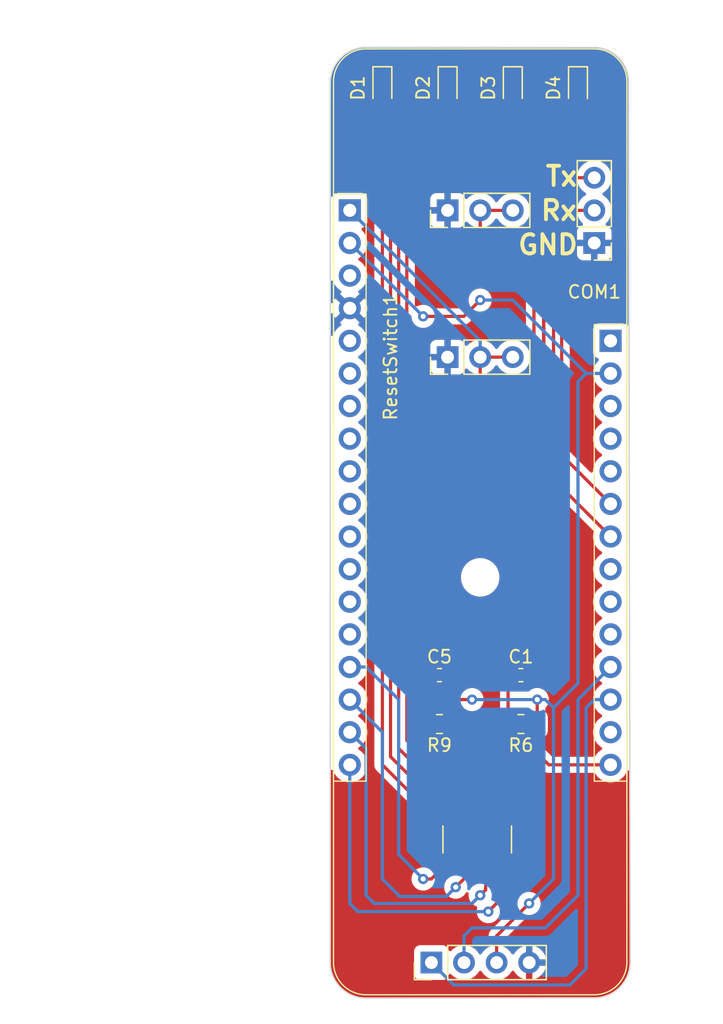
<source format=kicad_pcb>
(kicad_pcb (version 20221018) (generator pcbnew)
  (layers (0 "F.Cu" signal) (31 "B.Cu" signal) (34 "B.Paste" user) (35 "F.Paste" user) (36 "B.SilkS" user "B.Silkscreen") (37 "F.SilkS" user "F.Silkscreen") (38 "B.Mask" user) (39 "F.Mask" user) (44 "Edge.Cuts" user))
  (net 0 "")
  (net 1 "/D05")
  (net 2 "GND")
  (net 3 "/D06")
  (net 4 "/~Reset")
  (net 5 "Net-(D1-A)")
  (net 6 "Net-(D2-A)")
  (net 7 "Net-(D3-A)")
  (net 8 "Net-(D4-A)")
  (net 9 "/I2C_SDA")
  (net 10 "/I2C_SCK")
  (net 11 "/+3V3")
  (net 12 "/Rx")
  (net 13 "/Tx")
  (net 14 "/D01")
  (net 15 "/D02")
  (net 16 "/D03")
  (net 17 "/D04")
  (net 29 "/D09")
  (net 30 "/D10")
  (footprint "Resistor_SMD:R_0805_2012Metric_Pad1.20x1.40mm_HandSolder" (layer "F.Cu") (at 81.915 98.425 180)
    (fp_text reference "R6" (at 0 -1.65) (layer "F.SilkS"))
    (fp_text value "R")
    (fp_line (start -0.227064 -0.735) (end 0.227064 -0.735) (stroke (width 0.12)) (layer "F.SilkS"))
    (fp_line (start -0.227064 0.735) (end 0.227064 0.735) (stroke (width 0.12)) (layer "F.SilkS"))
    (pad "1" smd roundrect (at -1 0 180) (size 1.2 1.4) (layers "F.Cu" "F.Paste" "F.Mask") (roundrect_rratio 0.2083333333) (net 11 "/+3V3"))
    (pad "2" smd roundrect (at 1 0 180) (size 1.2 1.4) (layers "F.Cu" "F.Paste" "F.Mask") (roundrect_rratio 0.2083333333) (net 1 "/D05"))
  )
  (footprint "Connector_PinHeader_2.54mm:PinHeader_1x03_P2.54mm_Vertical" (layer "F.Cu") (at 76.2 69.85 90)
    (fp_text reference "ResetSwitch1" (at 0 -4.445 90) (layer "F.SilkS"))
    (fp_text value "SW_Push")
    (fp_line (start -1.33 -1.33) (end 0 -1.33) (stroke (width 0.12)) (layer "F.SilkS"))
    (fp_line (start -1.33 0) (end -1.33 -1.33) (stroke (width 0.12)) (layer "F.SilkS"))
    (fp_line (start -1.33 1.27) (end -1.33 6.41) (stroke (width 0.12)) (layer "F.SilkS"))
    (fp_line (start -1.33 1.27) (end 1.33 1.27) (stroke (width 0.12)) (layer "F.SilkS"))
    (fp_line (start -1.33 6.41) (end 1.33 6.41) (stroke (width 0.12)) (layer "F.SilkS"))
    (fp_line (start 1.33 1.27) (end 1.33 6.41) (stroke (width 0.12)) (layer "F.SilkS"))
    (pad "1" thru_hole rect (at 0 0 90) (size 1.7 1.7) (drill 1) (layers "*.Cu" "*.Mask") (net 2 "GND"))
    (pad "2" thru_hole oval (at 0 2.54 90) (size 1.7 1.7) (drill 1) (layers "*.Cu" "*.Mask") (net 4 "/~Reset"))
    (pad "3" thru_hole oval (at 0 5.08 90) (size 1.7 1.7) (drill 1) (layers "*.Cu" "*.Mask") (net 4 "/~Reset"))
  )
  (footprint "LED_SMD:LED_0603_1608Metric_Pad1.05x0.95mm_HandSolder" (layer "F.Cu") (at 71.12 48.895 -90)
    (fp_text reference "D1" (at 0 1.905 90) (layer "F.SilkS"))
    (fp_text value "LED")
    (fp_line (start -1.66 -0.735) (end -1.66 0.735) (stroke (width 0.12)) (layer "F.SilkS"))
    (fp_line (start -1.66 0.735) (end 0.8 0.735) (stroke (width 0.12)) (layer "F.SilkS"))
    (fp_line (start 0.8 -0.735) (end -1.66 -0.735) (stroke (width 0.12)) (layer "F.SilkS"))
    (pad "1" smd roundrect (at -0.875 0 270) (size 1.05 0.95) (layers "F.Cu" "F.Paste" "F.Mask") (net 2 "GND"))
    (pad "2" smd roundrect (at 0.875 0 270) (size 1.05 0.95) (layers "F.Cu" "F.Paste" "F.Mask") (net 5 "Net-(D1-A)"))
  )
  (footprint "MCU_Wilderness_Labs:MeadowF7MicroFeatherOutline" (layer "F.Cu") (at 68.58 58.42)
    (fp_text reference "J1" hide)
    (fp_text value "Meadow_F7_Feather")
    (fp_line (start -1.27 -10.033) (end -1.27 58.547) (stroke (width 0.1016)) (layer "F.SilkS"))
    (fp_line (start -1.27 -1.27) (end -1.27 44.45) (stroke (width 0.1016)) (layer "F.SilkS"))
    (fp_line (start -1.27 44.45) (end 1.27 44.45) (stroke (width 0.1016)) (layer "F.SilkS"))
    (fp_line (start 1.27 -1.27) (end -1.27 -1.27) (stroke (width 0.1016)) (layer "F.SilkS"))
    (fp_line (start 1.27 44.45) (end 1.27 -1.27) (stroke (width 0.1016)) (layer "F.SilkS"))
    (fp_line (start 1.27 61.087) (end 19.05 61.087) (stroke (width 0.1016)) (layer "F.SilkS"))
    (fp_line (start 19.05 -12.573) (end 1.27 -12.573) (stroke (width 0.1016)) (layer "F.SilkS"))
    (fp_line (start 19.05 8.89) (end 19.05 44.45) (stroke (width 0.1016)) (layer "F.SilkS"))
    (fp_line (start 19.05 44.45) (end 21.59 44.45) (stroke (width 0.1016)) (layer "F.SilkS"))
    (fp_line (start 21.59 8.89) (end 19.05 8.89) (stroke (width 0.1016)) (layer "F.SilkS"))
    (fp_line (start 21.59 44.45) (end 21.59 8.89) (stroke (width 0.1016)) (layer "F.SilkS"))
    (fp_line (start 21.59 58.547) (end 21.59 -10.033) (stroke (width 0.1016)) (layer "F.SilkS"))
    (fp_arc (start -1.27 -10.033) (mid -0.526051 -11.829051) (end 1.27 -12.573) (stroke (width 0.1016)) (layer "F.SilkS"))
    (fp_arc (start 1.27 61.087) (mid -0.526051 60.343051) (end -1.27 58.547) (stroke (width 0.1016)) (layer "F.SilkS"))
    (fp_arc (start 19.05 -12.573) (mid 20.846051 -11.829051) (end 21.59 -10.033) (stroke (width 0.1016)) (layer "F.SilkS"))
    (fp_arc (start 21.59 58.547) (mid 20.846051 60.343051) (end 19.05 61.087) (stroke (width 0.1016)) (layer "F.SilkS"))
    (pad "1" thru_hole rect (at 0 0) (size 1.7272 1.7272) (drill 1.016) (layers "*.Cu" "*.Mask") (net 4 "/~Reset"))
    (pad "2" thru_hole circle (at 0 2.54) (size 1.7272 1.7272) (drill 1.016) (layers "*.Cu" "*.Mask") (net 11 "/+3V3"))
    (pad "3" thru_hole circle (at 0 5.08) (size 1.7272 1.7272) (drill 1.016) (layers "*.Cu" "*.Mask"))
    (pad "4" thru_hole circle (at 0 7.62) (size 1.7272 1.7272) (drill 1.016) (layers "*.Cu" "*.Mask") (net 2 "GND"))
    (pad "5" thru_hole circle (at 0 10.16) (size 1.7272 1.7272) (drill 1.016) (layers "*.Cu" "*.Mask"))
    (pad "6" thru_hole circle (at 0 12.7) (size 1.7272 1.7272) (drill 1.016) (layers "*.Cu" "*.Mask"))
    (pad "7" thru_hole circle (at 0 15.24 90) (size 1.7272 1.7272) (drill 1.016) (layers "*.Cu" "*.Mask"))
    (pad "8" thru_hole circle (at 0 17.78 90) (size 1.7272 1.7272) (drill 1.016) (layers "*.Cu" "*.Mask"))
    (pad "9" thru_hole circle (at 0 20.32) (size 1.7272 1.7272) (drill 1.016) (layers "*.Cu" "*.Mask"))
    (pad "10" thru_hole circle (at 0 22.86) (size 1.7272 1.7272) (drill 1.016) (layers "*.Cu" "*.Mask"))
    (pad "11" thru_hole circle (at 0 25.4) (size 1.7272 1.7272) (drill 1.016) (layers "*.Cu" "*.Mask"))
    (pad "12" thru_hole circle (at 0 27.94) (size 1.7272 1.7272) (drill 1.016) (layers "*.Cu" "*.Mask"))
    (pad "13" thru_hole circle (at 0 30.48) (size 1.7272 1.7272) (drill 1.016) (layers "*.Cu" "*.Mask"))
    (pad "14" thru_hole circle (at 0 33.02) (size 1.7272 1.7272) (drill 1.016) (layers "*.Cu" "*.Mask"))
    (pad "15" thru_hole circle (at 0 35.56) (size 1.7272 1.7272) (drill 1.016) (layers "*.Cu" "*.Mask") (net 14 "/D01"))
    (pad "16" thru_hole circle (at 0 38.1) (size 1.7272 1.7272) (drill 1.016) (layers "*.Cu" "*.Mask") (net 15 "/D02"))
    (pad "17" thru_hole circle (at 0 40.64) (size 1.7272 1.7272) (drill 1.016) (layers "*.Cu" "*.Mask") (net 16 "/D03"))
    (pad "18" thru_hole circle (at 0 43.18) (size 1.7272 1.7272) (drill 1.016) (layers "*.Cu" "*.Mask") (net 17 "/D04"))
    (pad "19" thru_hole circle (at 20.32 43.18) (size 1.7272 1.7272) (drill 1.016) (layers "*.Cu" "*.Mask") (net 1 "/D05"))
    (pad "20" thru_hole circle (at 20.32 40.64) (size 1.7272 1.7272) (drill 1.016) (layers "*.Cu" "*.Mask") (net 3 "/D06"))
    (pad "21" thru_hole circle (at 20.32 38.1) (size 1.7272 1.7272) (drill 1.016) (layers "*.Cu" "*.Mask") (net 9 "/I2C_SDA"))
    (pad "22" thru_hole circle (at 20.32 35.56) (size 1.7272 1.7272) (drill 1.016) (layers "*.Cu" "*.Mask") (net 10 "/I2C_SCK"))
    (pad "23" thru_hole circle (at 20.32 33.02) (size 1.7272 1.7272) (drill 1.016) (layers "*.Cu" "*.Mask") (net 29 "/D09"))
    (pad "24" thru_hole circle (at 20.32 30.48) (size 1.7272 1.7272) (drill 1.016) (layers "*.Cu" "*.Mask") (net 30 "/D10"))
    (pad "25" thru_hole circle (at 20.32 27.94 90) (size 1.7272 1.7272) (drill 1.016) (layers "*.Cu" "*.Mask"))
    (pad "26" thru_hole circle (at 20.32 25.4 90) (size 1.7272 1.7272) (drill 1.016) (layers "*.Cu" "*.Mask") (net 13 "/Tx"))
    (pad "27" thru_hole circle (at 20.32 22.86) (size 1.7272 1.7272) (drill 1.016) (layers "*.Cu" "*.Mask") (net 12 "/Rx"))
    (pad "28" thru_hole circle (at 20.32 20.32) (size 1.7272 1.7272) (drill 1.016) (layers "*.Cu" "*.Mask"))
    (pad "29" thru_hole circle (at 20.32 17.78) (size 1.7272 1.7272) (drill 1.016) (layers "*.Cu" "*.Mask"))
    (pad "30" thru_hole circle (at 20.32 15.24) (size 1.7272 1.7272) (drill 1.016) (layers "*.Cu" "*.Mask"))
    (pad "31" thru_hole circle (at 20.32 12.7) (size 1.7272 1.7272) (drill 1.016) (layers "*.Cu" "*.Mask") (net 11 "/+3V3"))
    (pad "32" thru_hole rect (at 20.32 10.16) (size 1.7272 1.7272) (drill 1.016) (layers "*.Cu" "*.Mask"))
  )
  (footprint "Resistor_SMD:R_Array_Convex_4x1206" (layer "F.Cu") (at 78.51 107.41 90)
    (fp_text reference "RN1" hide)
    (fp_text value "R_Pack04")
    (fp_line (start 1.05 -2.67) (end -1.05 -2.67) (stroke (width 0.12)) (layer "F.SilkS"))
    (fp_line (start 1.05 2.67) (end -1.05 2.67) (stroke (width 0.12)) (layer "F.SilkS"))
    (pad "1" smd rect (at -1.5 -2 90) (size 0.9 0.9) (layers "F.Cu" "F.Paste" "F.Mask") (net 14 "/D01"))
    (pad "2" smd rect (at -1.5 -0.66 90) (size 0.9 0.9) (layers "F.Cu" "F.Paste" "F.Mask") (net 15 "/D02"))
    (pad "3" smd rect (at -1.5 0.66 90) (size 0.9 0.9) (layers "F.Cu" "F.Paste" "F.Mask") (net 16 "/D03"))
    (pad "4" smd rect (at -1.5 2 90) (size 0.9 0.9) (layers "F.Cu" "F.Paste" "F.Mask") (net 17 "/D04"))
    (pad "5" smd rect (at 1.5 2 90) (size 0.9 0.9) (layers "F.Cu" "F.Paste" "F.Mask") (net 8 "Net-(D4-A)"))
    (pad "6" smd rect (at 1.5 0.66 90) (size 0.9 0.9) (layers "F.Cu" "F.Paste" "F.Mask") (net 7 "Net-(D3-A)"))
    (pad "7" smd rect (at 1.5 -0.66 90) (size 0.9 0.9) (layers "F.Cu" "F.Paste" "F.Mask") (net 6 "Net-(D2-A)"))
    (pad "8" smd rect (at 1.5 -2 90) (size 0.9 0.9) (layers "F.Cu" "F.Paste" "F.Mask") (net 5 "Net-(D1-A)"))
  )
  (footprint "Connector_PinHeader_2.54mm:PinHeader_1x04_P2.54mm_Vertical" (layer "F.Cu") (at 74.94 117 90)
    (fp_text reference "J2" hide)
    (fp_text value "Conn_01x04")
    (fp_line (start -1.33 -1.33) (end 0 -1.33) (stroke (width 0.12)) (layer "F.SilkS"))
    (fp_line (start -1.33 0) (end -1.33 -1.33) (stroke (width 0.12)) (layer "F.SilkS"))
    (fp_line (start -1.33 1.27) (end -1.33 8.95) (stroke (width 0.12)) (layer "F.SilkS"))
    (fp_line (start -1.33 1.27) (end 1.33 1.27) (stroke (width 0.12)) (layer "F.SilkS"))
    (fp_line (start -1.33 8.95) (end 1.33 8.95) (stroke (width 0.12)) (layer "F.SilkS"))
    (fp_line (start 1.33 1.27) (end 1.33 8.95) (stroke (width 0.12)) (layer "F.SilkS"))
    (pad "1" thru_hole rect (at 0 0 90) (size 1.7 1.7) (drill 1) (layers "*.Cu" "*.Mask") (net 9 "/I2C_SDA"))
    (pad "2" thru_hole oval (at 0 2.54 90) (size 1.7 1.7) (drill 1) (layers "*.Cu" "*.Mask") (net 10 "/I2C_SCK"))
    (pad "3" thru_hole oval (at 0 5.08 90) (size 1.7 1.7) (drill 1) (layers "*.Cu" "*.Mask") (net 11 "/+3V3"))
    (pad "4" thru_hole oval (at 0 7.62 90) (size 1.7 1.7) (drill 1) (layers "*.Cu" "*.Mask") (net 2 "GND"))
  )
  (footprint "Capacitor_SMD:C_0603_1608Metric_Pad1.08x0.95mm_HandSolder" (layer "F.Cu") (at 81.915 94.615)
    (fp_text reference "C1" (at 0 -1.43) (layer "F.SilkS"))
    (fp_text value "C")
    (fp_line (start -0.146267 -0.51) (end 0.146267 -0.51) (stroke (width 0.12)) (layer "F.SilkS"))
    (fp_line (start -0.146267 0.51) (end 0.146267 0.51) (stroke (width 0.12)) (layer "F.SilkS"))
    (pad "1" smd roundrect (at -0.8625 0) (size 1.075 0.95) (layers "F.Cu" "F.Paste" "F.Mask") (net 1 "/D05"))
    (pad "2" smd roundrect (at 0.8625 0) (size 1.075 0.95) (layers "F.Cu" "F.Paste" "F.Mask") (net 2 "GND"))
  )
  (footprint "MountingHole:MountingHole_2.5mm" (layer "F.Cu") (at 78.74 87)
    (fp_text reference "H5" hide)
    (fp_text value "MountingHole")
    (pad "" np_thru_hole circle (at 0 0) (size 2.5 2.5) (drill 2.5) (layers "*.Cu" "*.Mask"))
  )
  (footprint "LED_SMD:LED_0603_1608Metric_Pad1.05x0.95mm_HandSolder" (layer "F.Cu") (at 86.36 48.895 -90)
    (fp_text reference "D4" (at 0 1.905 90) (layer "F.SilkS"))
    (fp_text value "LED")
    (fp_line (start -1.66 -0.735) (end -1.66 0.735) (stroke (width 0.12)) (layer "F.SilkS"))
    (fp_line (start -1.66 0.735) (end 0.8 0.735) (stroke (width 0.12)) (layer "F.SilkS"))
    (fp_line (start 0.8 -0.735) (end -1.66 -0.735) (stroke (width 0.12)) (layer "F.SilkS"))
    (pad "1" smd roundrect (at -0.875 0 270) (size 1.05 0.95) (layers "F.Cu" "F.Paste" "F.Mask") (net 2 "GND"))
    (pad "2" smd roundrect (at 0.875 0 270) (size 1.05 0.95) (layers "F.Cu" "F.Paste" "F.Mask") (net 8 "Net-(D4-A)"))
  )
  (footprint "Capacitor_SMD:C_0603_1608Metric_Pad1.08x0.95mm_HandSolder" (layer "F.Cu") (at 75.565 94.615)
    (fp_text reference "C5" (at 0 -1.43) (layer "F.SilkS"))
    (fp_text value "C")
    (fp_line (start -0.146267 -0.51) (end 0.146267 -0.51) (stroke (width 0.12)) (layer "F.SilkS"))
    (fp_line (start -0.146267 0.51) (end 0.146267 0.51) (stroke (width 0.12)) (layer "F.SilkS"))
    (pad "1" smd roundrect (at -0.8625 0) (size 1.075 0.95) (layers "F.Cu" "F.Paste" "F.Mask") (net 4 "/~Reset"))
    (pad "2" smd roundrect (at 0.8625 0) (size 1.075 0.95) (layers "F.Cu" "F.Paste" "F.Mask") (net 2 "GND"))
  )
  (footprint "LED_SMD:LED_0603_1608Metric_Pad1.05x0.95mm_HandSolder" (layer "F.Cu") (at 81.28 48.895 -90)
    (fp_text reference "D3" (at 0 1.905 90) (layer "F.SilkS"))
    (fp_text value "LED")
    (fp_line (start -1.66 -0.735) (end -1.66 0.735) (stroke (width 0.12)) (layer "F.SilkS"))
    (fp_line (start -1.66 0.735) (end 0.8 0.735) (stroke (width 0.12)) (layer "F.SilkS"))
    (fp_line (start 0.8 -0.735) (end -1.66 -0.735) (stroke (width 0.12)) (layer "F.SilkS"))
    (pad "1" smd roundrect (at -0.875 0 270) (size 1.05 0.95) (layers "F.Cu" "F.Paste" "F.Mask") (net 2 "GND"))
    (pad "2" smd roundrect (at 0.875 0 270) (size 1.05 0.95) (layers "F.Cu" "F.Paste" "F.Mask") (net 7 "Net-(D3-A)"))
  )
  (footprint "Resistor_SMD:R_0805_2012Metric_Pad1.20x1.40mm_HandSolder" (layer "F.Cu") (at 75.565 98.425 180)
    (fp_text reference "R9" (at 0 -1.65) (layer "F.SilkS"))
    (fp_text value "R")
    (fp_line (start -0.227064 -0.735) (end 0.227064 -0.735) (stroke (width 0.12)) (layer "F.SilkS"))
    (fp_line (start -0.227064 0.735) (end 0.227064 0.735) (stroke (width 0.12)) (layer "F.SilkS"))
    (pad "1" smd roundrect (at -1 0 180) (size 1.2 1.4) (layers "F.Cu" "F.Paste" "F.Mask") (roundrect_rratio 0.2083333333) (net 11 "/+3V3"))
    (pad "2" smd roundrect (at 1 0 180) (size 1.2 1.4) (layers "F.Cu" "F.Paste" "F.Mask") (roundrect_rratio 0.2083333333) (net 4 "/~Reset"))
  )
  (footprint "Connector_PinHeader_2.54mm:PinHeader_1x03_P2.54mm_Vertical" (layer "F.Cu") (at 87.63 60.96 180)
    (fp_text reference "COM1" (at 0 -3.81) (layer "F.SilkS"))
    (fp_text value "Conn_01x03")
    (fp_line (start -1.33 -1.33) (end 0 -1.33) (stroke (width 0.12)) (layer "F.SilkS"))
    (fp_line (start -1.33 0) (end -1.33 -1.33) (stroke (width 0.12)) (layer "F.SilkS"))
    (fp_line (start -1.33 1.27) (end -1.33 6.41) (stroke (width 0.12)) (layer "F.SilkS"))
    (fp_line (start -1.33 1.27) (end 1.33 1.27) (stroke (width 0.12)) (layer "F.SilkS"))
    (fp_line (start -1.33 6.41) (end 1.33 6.41) (stroke (width 0.12)) (layer "F.SilkS"))
    (fp_line (start 1.33 1.27) (end 1.33 6.41) (stroke (width 0.12)) (layer "F.SilkS"))
    (pad "1" thru_hole rect (at 0 0 180) (size 1.7 1.7) (drill 1) (layers "*.Cu" "*.Mask") (net 2 "GND"))
    (pad "2" thru_hole oval (at 0 2.54 180) (size 1.7 1.7) (drill 1) (layers "*.Cu" "*.Mask") (net 12 "/Rx"))
    (pad "3" thru_hole oval (at 0 5.08 180) (size 1.7 1.7) (drill 1) (layers "*.Cu" "*.Mask") (net 13 "/Tx"))
  )
  (footprint "LED_SMD:LED_0603_1608Metric_Pad1.05x0.95mm_HandSolder" (layer "F.Cu") (at 76.2 48.895 -90)
    (fp_text reference "D2" (at 0 1.905 90) (layer "F.SilkS"))
    (fp_text value "LED")
    (fp_line (start -1.66 -0.735) (end -1.66 0.735) (stroke (width 0.12)) (layer "F.SilkS"))
    (fp_line (start -1.66 0.735) (end 0.8 0.735) (stroke (width 0.12)) (layer "F.SilkS"))
    (fp_line (start 0.8 -0.735) (end -1.66 -0.735) (stroke (width 0.12)) (layer "F.SilkS"))
    (pad "1" smd roundrect (at -0.875 0 270) (size 1.05 0.95) (layers "F.Cu" "F.Paste" "F.Mask") (net 2 "GND"))
    (pad "2" smd roundrect (at 0.875 0 270) (size 1.05 0.95) (layers "F.Cu" "F.Paste" "F.Mask") (net 6 "Net-(D2-A)"))
  )
  (footprint "Connector_PinHeader_2.54mm:PinHeader_1x03_P2.54mm_Vertical" (layer "F.Cu") (at 76.2 58.42 90)
    (fp_text reference "D5" hide)
    (fp_text value "SW_Push")
    (fp_line (start -1.33 -1.33) (end 0 -1.33) (stroke (width 0.12)) (layer "F.SilkS"))
    (fp_line (start -1.33 0) (end -1.33 -1.33) (stroke (width 0.12)) (layer "F.SilkS"))
    (fp_line (start -1.33 1.27) (end -1.33 6.41) (stroke (width 0.12)) (layer "F.SilkS"))
    (fp_line (start -1.33 1.27) (end 1.33 1.27) (stroke (width 0.12)) (layer "F.SilkS"))
    (fp_line (start -1.33 6.41) (end 1.33 6.41) (stroke (width 0.12)) (layer "F.SilkS"))
    (fp_line (start 1.33 1.27) (end 1.33 6.41) (stroke (width 0.12)) (layer "F.SilkS"))
    (pad "1" thru_hole rect (at 0 0 90) (size 1.7 1.7) (drill 1) (layers "*.Cu" "*.Mask") (net 2 "GND"))
    (pad "2" thru_hole oval (at 0 2.54 90) (size 1.7 1.7) (drill 1) (layers "*.Cu" "*.Mask") (net 1 "/D05"))
    (pad "3" thru_hole oval (at 0 5.08 90) (size 1.7 1.7) (drill 1) (layers "*.Cu" "*.Mask") (net 1 "/D05"))
  )
  (gr_arc (start 69.85 119.763884) (mid 67.872304 118.944696) (end 67.053116 116.967) (stroke (width 0.1)) (layer "Edge.Cuts"))
  (gr_line (start 69.868051 45.72121) (end 87.63 45.733104) (stroke (width 0.1)) (layer "Edge.Cuts"))
  (gr_line (start 67.05721 48.532051) (end 67.053116 116.967) (stroke (width 0.1)) (layer "Edge.Cuts"))
  (gr_arc (start 87.63 45.733104) (mid 89.519368 46.515695) (end 90.301996 48.405049) (stroke (width 0.1)) (layer "Edge.Cuts"))
  (gr_line (start 90.428522 116.948949) (end 90.301996 48.405049) (stroke (width 0.1)) (layer "Edge.Cuts"))
  (gr_arc (start 90.428522 116.948949) (mid 89.608854 118.927804) (end 87.63 119.747472) (stroke (width 0.1)) (layer "Edge.Cuts"))
  (gr_arc (start 67.05721 48.532051) (mid 67.880486 46.544486) (end 69.868051 45.72121) (stroke (width 0.1)) (layer "Edge.Cuts"))
  (gr_line (start 69.85 119.763884) (end 87.63 119.747472) (stroke (width 0.1)) (layer "Edge.Cuts"))
  (gr_text "GND" (at 81.534 61.976) (layer "F.SilkS") (effects (font (size 1.5 1.5) (thickness 0.3) bold) (justify left bottom)))
  (gr_text "Tx" (at 83.693 56.642) (layer "F.SilkS") (effects (font (size 1.5 1.5) (thickness 0.3) bold) (justify left bottom)))
  (gr_text "Rx" (at 83.312 59.309) (layer "F.SilkS") (effects (font (size 1.5 1.5) (thickness 0.3) bold) (justify left bottom)))
  (segment (start 80.915 94.7525) (end 81.0525 94.615) (width 0.25) (layer "F.Cu") (net 1))
  (segment (start 78.74 58.42) (end 78.74 59.69) (width 0.25) (layer "F.Cu") (net 1))
  (segment (start 84.09 101.6) (end 80.915 98.425) (width 0.25) (layer "F.Cu") (net 1))
  (segment (start 78.74 58.42) (end 81.28 58.42) (width 0.25) (layer "F.Cu") (net 1))
  (segment (start 81.0525 91.4135) (end 81.0525 94.615) (width 0.25) (layer "F.Cu") (net 1))
  (segment (start 88.9 101.6) (end 84.09 101.6) (width 0.25) (layer "F.Cu") (net 1))
  (segment (start 80.915 98.425) (end 80.915 94.7525) (width 0.25) (layer "F.Cu") (net 1))
  (segment (start 82.931 63.881) (end 82.931 89.535) (width 0.25) (layer "F.Cu") (net 1))
  (segment (start 78.74 59.69) (end 82.931 63.881) (width 0.25) (layer "F.Cu") (net 1))
  (segment (start 82.931 89.535) (end 81.0525 91.4135) (width 0.25) (layer "F.Cu") (net 1))
  (segment (start 81.28 69.85) (end 78.74 69.85) (width 0.25) (layer "F.Cu") (net 4))
  (segment (start 74.565 98.425) (end 74.7025 98.2875) (width 0.25) (layer "F.Cu") (net 4))
  (segment (start 78.74 72.39) (end 78.74 69.85) (width 0.25) (layer "F.Cu") (net 4))
  (segment (start 74.7025 76.4275) (end 78.74 72.39) (width 0.25) (layer "F.Cu") (net 4))
  (segment (start 74.7025 94.615) (end 74.7025 76.4275) (width 0.25) (layer "F.Cu") (net 4))
  (segment (start 74.7025 98.2875) (end 74.7025 94.615) (width 0.25) (layer "F.Cu") (net 4))
  (segment (start 78.74 68.58) (end 68.58 58.42) (width 0.25) (layer "B.Cu") (net 4))
  (segment (start 78.74 69.85) (end 78.74 68.58) (width 0.25) (layer "B.Cu") (net 4))
  (segment (start 71.12 101.6) (end 71.12 49.77) (width 0.25) (layer "F.Cu") (net 5))
  (segment (start 76.51 105.91) (end 75.43 105.91) (width 0.25) (layer "F.Cu") (net 5))
  (segment (start 75.43 105.91) (end 71.12 101.6) (width 0.25) (layer "F.Cu") (net 5))
  (segment (start 71.755 100.965) (end 74.295 103.505) (width 0.25) (layer "F.Cu") (net 6))
  (segment (start 76.2 103.505) (end 77.85 105.155) (width 0.25) (layer "F.Cu") (net 6))
  (segment (start 71.755 53.34) (end 71.755 100.965) (width 0.25) (layer "F.Cu") (net 6))
  (segment (start 76.2 49.77) (end 75.325 49.77) (width 0.25) (layer "F.Cu") (net 6))
  (segment (start 74.295 103.505) (end 76.2 103.505) (width 0.25) (layer "F.Cu") (net 6))
  (segment (start 77.85 105.155) (end 77.85 105.91) (width 0.25) (layer "F.Cu") (net 6))
  (segment (start 75.325 49.77) (end 71.755 53.34) (width 0.25) (layer "F.Cu") (net 6))
  (segment (start 77.47 102.87) (end 79.17 104.57) (width 0.25) (layer "F.Cu") (net 7))
  (segment (start 79.17 104.57) (end 79.17 105.91) (width 0.25) (layer "F.Cu") (net 7))
  (segment (start 74.93 102.87) (end 77.47 102.87) (width 0.25) (layer "F.Cu") (net 7))
  (segment (start 81.28 49.77) (end 79.614302 51.435698) (width 0.25) (layer "F.Cu") (net 7))
  (segment (start 72.39 100.33) (end 74.93 102.87) (width 0.25) (layer "F.Cu") (net 7))
  (segment (start 79.614302 51.435698) (end 74.295698 51.435698) (width 0.25) (layer "F.Cu") (net 7))
  (segment (start 74.295698 51.435698) (end 72.39 53.341396) (width 0.25) (layer "F.Cu") (net 7))
  (segment (start 72.39 53.341396) (end 72.39 100.33) (width 0.25) (layer "F.Cu") (net 7))
  (segment (start 73.025 99.695) (end 74.93 101.6) (width 0.25) (layer "F.Cu") (net 8))
  (segment (start 86.36 49.77) (end 84.058604 52.071396) (width 0.25) (layer "F.Cu") (net 8))
  (segment (start 80.51 104.64) (end 80.51 105.91) (width 0.25) (layer "F.Cu") (net 8))
  (segment (start 74.296396 52.071396) (end 73.025 53.342792) (width 0.25) (layer "F.Cu") (net 8))
  (segment (start 73.025 53.342792) (end 73.025 99.695) (width 0.25) (layer "F.Cu") (net 8))
  (segment (start 84.058604 52.071396) (end 74.296396 52.071396) (width 0.25) (layer "F.Cu") (net 8))
  (segment (start 74.93 101.6) (end 77.47 101.6) (width 0.25) (layer "F.Cu") (net 8))
  (segment (start 77.47 101.6) (end 80.51 104.64) (width 0.25) (layer "F.Cu") (net 8))
  (segment (start 86.995 117.475) (end 85.725 118.745) (width 0.25) (layer "B.Cu") (net 9))
  (segment (start 86.995 97.155) (end 86.995 117.475) (width 0.25) (layer "B.Cu") (net 9))
  (segment (start 87.63 96.52) (end 86.995 97.155) (width 0.25) (layer "B.Cu") (net 9))
  (segment (start 76.685 118.745) (end 74.94 117) (width 0.25) (layer "B.Cu") (net 9))
  (segment (start 85.725 118.745) (end 76.685 118.745) (width 0.25) (layer "B.Cu") (net 9))
  (segment (start 88.9 96.52) (end 87.63 96.52) (width 0.25) (layer "B.Cu") (net 9))
  (segment (start 77.48 114.945) (end 77.48 117) (width 0.25) (layer "B.Cu") (net 10))
  (segment (start 83.82 114.3) (end 78.105 114.3) (width 0.25) (layer "B.Cu") (net 10))
  (segment (start 86.36 96.52) (end 86.36 111.76) (width 0.25) (layer "B.Cu") (net 10))
  (segment (start 86.36 111.76) (end 83.82 114.3) (width 0.25) (layer "B.Cu") (net 10))
  (segment (start 88.9 93.98) (end 86.36 96.52) (width 0.25) (layer "B.Cu") (net 10))
  (segment (start 78.105 114.3) (end 77.47 114.935) (width 0.25) (layer "B.Cu") (net 10))
  (segment (start 77.47 114.935) (end 77.48 114.945) (width 0.25) (layer "B.Cu") (net 10))
  (segment (start 77.47 66.675) (end 78.74 65.405) (width 0.25) (layer "F.Cu") (net 11))
  (segment (start 76.835 96.52) (end 76.565 96.79) (width 0.25) (layer "F.Cu") (net 11))
  (segment (start 74.295 66.675) (end 77.47 66.675) (width 0.25) (layer "F.Cu") (net 11))
  (segment (start 78.105 96.52) (end 76.835 96.52) (width 0.25) (layer "F.Cu") (net 11))
  (segment (start 83.185 96.52) (end 83.185 98.155) (width 0.25) (layer "F.Cu") (net 11))
  (segment (start 76.565 96.79) (end 76.565 98.425) (width 0.25) (layer "F.Cu") (net 11))
  (segment (start 80.02 117) (end 80.02 114.925) (width 0.25) (layer "F.Cu") (net 11))
  (segment (start 80.02 114.925) (end 82.55 112.395) (width 0.25) (layer "F.Cu") (net 11))
  (segment (start 83.185 98.155) (end 82.915 98.425) (width 0.25) (layer "F.Cu") (net 11))
  (via (at 83.185 96.52) (size 0.8) (drill 0.4) (layers "F.Cu" "B.Cu") (net 11))
  (via (at 74.295 66.675) (size 0.8) (drill 0.4) (layers "F.Cu" "B.Cu") (net 11))
  (via (at 82.55 112.395) (size 0.8) (drill 0.4) (layers "F.Cu" "B.Cu") (net 11))
  (via (at 78.74 65.405) (size 0.8) (drill 0.4) (layers "F.Cu" "B.Cu") (net 11))
  (via (at 78.105 96.52) (size 0.8) (drill 0.4) (layers "F.Cu" "B.Cu") (net 11))
  (segment (start 86.995 71.12) (end 86.36 71.755) (width 0.25) (layer "B.Cu") (net 11))
  (segment (start 88.9 71.12) (end 86.995 71.12) (width 0.25) (layer "B.Cu") (net 11))
  (segment (start 86.36 71.755) (end 86.36 95.25) (width 0.25) (layer "B.Cu") (net 11))
  (segment (start 84.455 97.155) (end 83.82 96.52) (width 0.25) (layer "B.Cu") (net 11))
  (segment (start 86.36 95.25) (end 84.455 97.155) (width 0.25) (layer "B.Cu") (net 11))
  (segment (start 83.82 96.52) (end 83.185 96.52) (width 0.25) (layer "B.Cu") (net 11))
  (segment (start 86.995 71.12) (end 81.28 65.405) (width 0.25) (layer "B.Cu") (net 11))
  (segment (start 68.58 60.96) (end 73.025 65.405) (width 0.25) (layer "B.Cu") (net 11))
  (segment (start 84.455 110.49) (end 82.55 112.395) (width 0.25) (layer "B.Cu") (net 11))
  (segment (start 84.455 97.155) (end 84.455 110.49) (width 0.25) (layer "B.Cu") (net 11))
  (segment (start 73.025 65.405) (end 74.295 66.675) (width 0.25) (layer "B.Cu") (net 11))
  (segment (start 83.185 96.52) (end 78.105 96.52) (width 0.25) (layer "B.Cu") (net 11))
  (segment (start 81.28 65.405) (end 78.74 65.405) (width 0.25) (layer "B.Cu") (net 11))
  (segment (start 85.09 59.69) (end 86.36 58.42) (width 0.25) (layer "F.Cu") (net 12))
  (segment (start 88.9 81.28) (end 85.09 77.47) (width 0.25) (layer "F.Cu") (net 12))
  (segment (start 86.36 58.42) (end 87.63 58.42) (width 0.25) (layer "F.Cu") (net 12))
  (segment (start 85.09 77.47) (end 85.09 59.69) (width 0.25) (layer "F.Cu") (net 12))
  (segment (start 88.9 83.82) (end 84.455 79.375) (width 0.25) (layer "F.Cu") (net 13))
  (segment (start 85.725 55.88) (end 87.63 55.88) (width 0.25) (layer "F.Cu") (net 13))
  (segment (start 84.455 79.375) (end 84.455 57.15) (width 0.25) (layer "F.Cu") (net 13))
  (segment (start 84.455 57.15) (end 85.725 55.88) (width 0.25) (layer "F.Cu") (net 13))
  (segment (start 74.295 110.49) (end 74.93 110.49) (width 0.25) (layer "F.Cu") (net 14))
  (segment (start 74.93 110.49) (end 76.51 108.91) (width 0.25) (layer "F.Cu") (net 14))
  (via (at 74.295 110.49) (size 0.8) (drill 0.4) (layers "F.Cu" "B.Cu") (net 14))
  (segment (start 72.39 108.585) (end 72.39 96.52) (width 0.25) (layer "B.Cu") (net 14))
  (segment (start 72.39 96.52) (end 69.85 93.98) (width 0.25) (layer "B.Cu") (net 14))
  (segment (start 74.295 110.49) (end 72.39 108.585) (width 0.25) (layer "B.Cu") (net 14))
  (segment (start 69.85 93.98) (end 68.58 93.98) (width 0.25) (layer "B.Cu") (net 14))
  (segment (start 77.85 110.11) (end 77.7875 110.1725) (width 0.25) (layer "F.Cu") (net 15))
  (segment (start 77.7875 110.1725) (end 76.835 111.125) (width 0.25) (layer "F.Cu") (net 15))
  (segment (start 77.85 108.91) (end 77.85 110.11) (width 0.25) (layer "F.Cu") (net 15))
  (via (at 76.835 111.125) (size 0.8) (drill 0.4) (layers "F.Cu" "B.Cu") (net 15))
  (segment (start 76.11 111.85) (end 76.835 111.125) (width 0.25) (layer "B.Cu") (net 15))
  (segment (start 72.48 111.85) (end 76.11 111.85) (width 0.25) (layer "B.Cu") (net 15))
  (segment (start 71.12 99.06) (end 71.12 110.49) (width 0.25) (layer "B.Cu") (net 15))
  (segment (start 71.12 110.49) (end 72.48 111.85) (width 0.25) (layer "B.Cu") (net 15))
  (segment (start 68.58 96.52) (end 71.12 99.06) (width 0.25) (layer "B.Cu") (net 15))
  (segment (start 79.17 108.91) (end 79.17 111.33) (width 0.25) (layer "F.Cu") (net 16))
  (segment (start 79.17 111.33) (end 78.74 111.76) (width 0.25) (layer "F.Cu") (net 16))
  (via (at 78.74 111.76) (size 0.8) (drill 0.4) (layers "F.Cu" "B.Cu") (net 16))
  (segment (start 78.105 112.395) (end 78.74 111.76) (width 0.25) (layer "B.Cu") (net 16))
  (segment (start 68.58 99.06) (end 69.85 100.33) (width 0.25) (layer "B.Cu") (net 16))
  (segment (start 70.485 112.395) (end 78.105 112.395) (width 0.25) (layer "B.Cu") (net 16))
  (segment (start 69.85 111.76) (end 70.485 112.395) (width 0.25) (layer "B.Cu") (net 16))
  (segment (start 69.85 100.33) (end 69.85 111.76) (width 0.25) (layer "B.Cu") (net 16))
  (segment (start 80.51 108.91) (end 80.51 111.895) (width 0.25) (layer "F.Cu") (net 17))
  (segment (start 80.51 111.895) (end 79.375 113.03) (width 0.25) (layer "F.Cu") (net 17))
  (via (at 79.375 113.03) (size 0.8) (drill 0.4) (layers "F.Cu" "B.Cu") (net 17))
  (segment (start 68.58 112.395) (end 68.58 101.6) (width 0.25) (layer "B.Cu") (net 17))
  (segment (start 79.375 113.03) (end 69.215 113.03) (width 0.25) (layer "B.Cu") (net 17))
  (segment (start 69.215 113.03) (end 68.58 112.395) (width 0.25) (layer "B.Cu") (net 17))
  (zone (net 2) (net_name "GND") (layer "F.Cu") (name "GroundPLane") (connect_pads (clearance 0.5)) (min_thickness 0.25) (fill yes (thermal_gap 0.5) (thermal_bridge_width 0.5))
    (polygon (pts (xy 63.5 44.45) (xy 95.25 44.45) (xy 95.25 120.65) (xy 63.5 120.65)))
  )
  (zone (net 2) (net_name "GND") (layer "B.Cu") (name "BottomGroundPlane") (priority 1) (connect_pads (clearance 0.5)) (min_thickness 0.25) (fill yes (thermal_gap 0.5) (thermal_bridge_width 0.5))
    (polygon (pts (xy 97.663 42.164) (xy 60.325 42.037) (xy 60.452 121.793) (xy 97.663 121.793)))
  )
)
</source>
